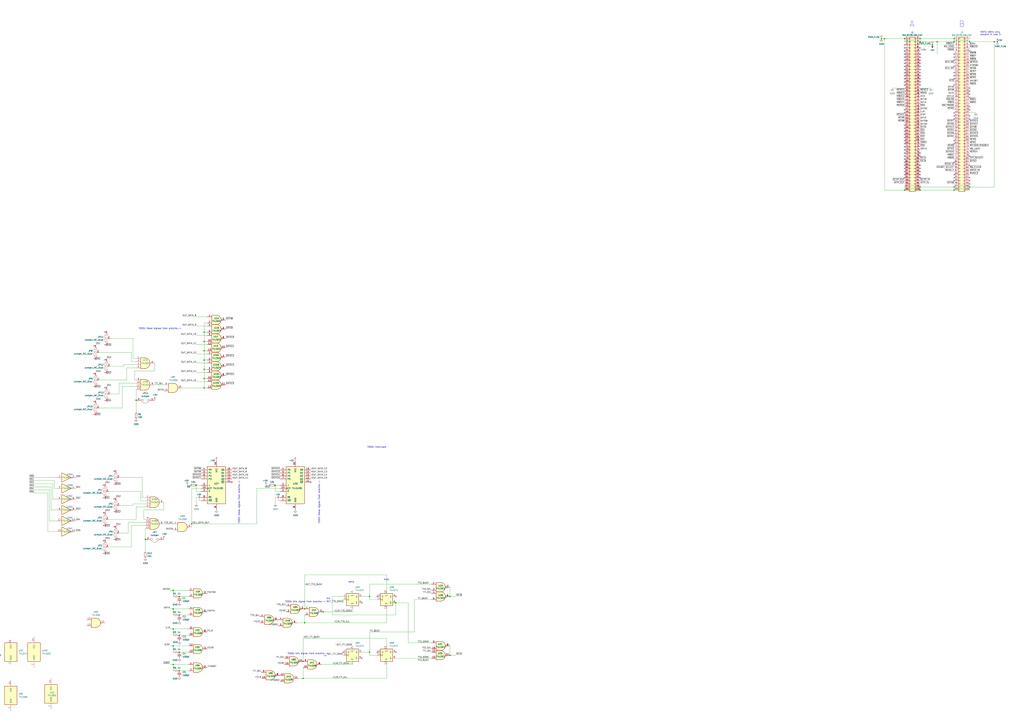
<source format=kicad_sch>
(kicad_sch (version 20250114) (generator "eeschema") (generator_version "9.0")
  (paper "A1")
  (text "TODO: these signas from arduino->" (at 262.128 412.75 90) (effects (font (size 1.27 1.27))))
  (text "out" (at 269.748 491.744 0) (effects (font (size 1.27 1.27))))
  (text "A" (at 746.76 22.86 0) (effects (font (size 5.0038 5.0038)) (justify left bottom)))
  (text "TODO: this signal from arduino->" (at 252.73 537.21 0) (effects (font (size 1.27 1.27))))
  (text "NOTE: 60Hz only \npresent in slot 3" (at 805.18 29.21 0) (effects (font (size 1.27 1.27)) (justify left bottom)))
  (text "in" (at 267.208 538.988 0) (effects (font (size 1.27 1.27))))
  (text "TODO: these signas from arduino->" (at 131.318 270.002 0) (effects (font (size 1.27 1.27))))
  (text "busy" (at 317.5 476.25 0) (effects (font (size 1.27 1.27))))
  (text "done" (at 288.544 478.282 0) (effects (font (size 1.27 1.27))))
  (text "TODO: interrupts" (at 309.372 367.538 0) (effects (font (size 1.27 1.27))))
  (text "B" (at 787.4 22.86 0) (effects (font (size 5.0038 5.0038)) (justify left bottom)))
  (text "TODO: these signas from arduino->" (at 196.342 412.75 90) (effects (font (size 1.27 1.27))))
  (text "TODO: this signal from arduino->" (at 250.698 494.538 0) (effects (font (size 1.27 1.27))))
  (junction (at 726.44 31.75))
  (junction (at 325.12 495.3))
  (junction (at 796.29 153.67))
  (junction (at 142.24 516.89))
  (junction (at 755.65 156.21))
  (junction (at 755.65 34.29))
  (junction (at 167.64 311.15))
  (junction (at 265.43 502.92))
  (junction (at 142.24 530.86))
  (junction (at 742.95 31.75))
  (junction (at 769.62 34.29))
  (junction (at 819.15 34.29))
  (junction (at 796.29 34.29))
  (junction (at 783.59 31.75))
  (junction (at 303.53 490.22))
  (junction (at 723.9 31.75))
  (junction (at 142.24 500.38))
  (junction (at 167.64 303.53))
  (junction (at 816.61 34.29))
  (junction (at 167.64 280.67))
  (junction (at 142.24 485.14))
  (junction (at 303.53 535.94))
  (junction (at 119.38 443.23))
  (junction (at 783.59 156.21))
  (junction (at 147.32 521.97))
  (junction (at 147.32 535.94))
  (junction (at 167.64 273.05))
  (junction (at 250.19 511.81))
  (junction (at 226.06 398.78))
  (junction (at 161.29 398.78))
  (junction (at 248.92 543.56))
  (junction (at 765.81 36.83))
  (junction (at 755.65 31.75))
  (junction (at 147.32 551.18))
  (junction (at 142.24 546.1))
  (junction (at 369.57 538.48))
  (junction (at 147.32 505.46))
  (junction (at 369.57 490.22))
  (junction (at 167.64 288.29))
  (junction (at 742.95 156.21))
  (junction (at 248.92 557.53))
  (junction (at 755.65 153.67))
  (junction (at 111.76 328.93))
  (junction (at 783.59 153.67))
  (junction (at 167.64 295.91))
  (junction (at 147.32 490.22))
  (junction (at 783.59 34.29))
  (junction (at 250.19 500.38))
  (junction (at 167.64 318.77))
  (junction (at 157.48 430.53))
  (no_connect (at 796.29 97.79))
  (no_connect (at 742.95 113.03))
  (no_connect (at 742.95 140.97))
  (no_connect (at 755.65 54.61))
  (no_connect (at 742.95 54.61))
  (no_connect (at 796.29 74.93))
  (no_connect (at 755.65 64.77))
  (no_connect (at 742.95 102.87))
  (no_connect (at 742.95 39.37))
  (no_connect (at 783.59 133.35))
  (no_connect (at 783.59 44.45))
  (no_connect (at 783.59 118.11))
  (no_connect (at 755.65 67.31))
  (no_connect (at 783.59 115.57))
  (no_connect (at 742.95 64.77))
  (no_connect (at 783.59 64.77))
  (no_connect (at 755.65 62.23))
  (no_connect (at 742.95 92.71))
  (no_connect (at 755.65 143.51))
  (no_connect (at 783.59 69.85))
  (no_connect (at 796.29 72.39))
  (no_connect (at 783.59 59.69))
  (no_connect (at 742.95 69.85))
  (no_connect (at 309.88 535.94))
  (no_connect (at 297.18 541.02))
  (no_connect (at 742.95 138.43))
  (no_connect (at 742.95 123.19))
  (no_connect (at 783.59 95.25))
  (no_connect (at 742.95 110.49))
  (no_connect (at 796.29 77.47))
  (no_connect (at 783.59 92.71))
  (no_connect (at 190.5 396.24))
  (no_connect (at 755.65 52.07))
  (no_connect (at 796.29 80.01))
  (no_connect (at 796.29 87.63))
  (no_connect (at 742.95 62.23))
  (no_connect (at 755.65 146.05))
  (no_connect (at 796.29 135.89))
  (no_connect (at 796.29 128.27))
  (no_connect (at 742.95 146.05))
  (no_connect (at 742.95 59.69))
  (no_connect (at 755.65 39.37))
  (no_connect (at 783.59 46.99))
  (no_connect (at 783.59 62.23))
  (no_connect (at 755.65 138.43))
  (no_connect (at 742.95 41.91))
  (no_connect (at 742.95 46.99))
  (no_connect (at 742.95 57.15))
  (no_connect (at 755.65 49.53))
  (no_connect (at 755.65 125.73))
  (no_connect (at 755.65 59.69))
  (no_connect (at 297.18 495.3))
  (no_connect (at 742.95 115.57))
  (no_connect (at 783.59 148.59))
  (no_connect (at 783.59 143.51))
  (no_connect (at 742.95 130.81))
  (no_connect (at 742.95 135.89))
  (no_connect (at 742.95 128.27))
  (no_connect (at 742.95 67.31))
  (no_connect (at 325.12 535.94))
  (no_connect (at 742.95 133.35))
  (no_connect (at 325.12 490.22))
  (no_connect (at 755.65 69.85))
  (no_connect (at 796.29 95.25))
  (no_connect (at 255.27 396.24))
  (no_connect (at 783.59 54.61))
  (no_connect (at 742.95 49.53))
  (no_connect (at 742.95 125.73))
  (no_connect (at 742.95 120.65))
  (no_connect (at 755.65 44.45))
  (no_connect (at 796.29 148.59))
  (no_connect (at 742.95 52.07))
  (no_connect (at 755.65 46.99))
  (no_connect (at 755.65 135.89))
  (no_connect (at 742.95 90.17))
  (no_connect (at 796.29 151.13))
  (no_connect (at 796.29 90.17))
  (no_connect (at 742.95 143.51))
  (no_connect (at 742.95 107.95))
  (no_connect (at 783.59 49.53))
  (no_connect (at 742.95 44.45))
  (no_connect (at 742.95 105.41))
  (no_connect (at 742.95 118.11))
  (no_connect (at 796.29 146.05))
  (no_connect (at 309.88 490.22))
  (no_connect (at 783.59 97.79))
  (no_connect (at 742.95 36.83))
  (no_connect (at 755.65 128.27))
  (no_connect (at 281.94 535.94))
  (no_connect (at 755.65 140.97))
  (no_connect (at 783.59 146.05))
  (no_connect (at 796.29 41.91))
  (no_connect (at 755.65 57.15))
  (wire (pts (xy 161.29 283.21) (xy 170.18 283.21)))
  (wire (pts (xy 265.43 502.92) (xy 264.16 502.92)))
  (wire (pts (xy 303.53 490.22) (xy 303.53 492.76)))
  (wire (pts (xy 157.48 401.32) (xy 165.1 401.32)))
  (wire (pts (xy 273.05 490.22) (xy 281.94 490.22)))
  (wire (pts (xy 167.64 273.05) (xy 167.64 280.67)))
  (wire (pts (xy 111.76 328.93) (xy 111.76 339.09)))
  (wire (pts (xy 39.37 436.88) (xy 46.99 436.88)))
  (wire (pts (xy 147.32 535.94) (xy 154.94 535.94)))
  (wire (pts (xy 142.24 551.18) (xy 142.24 546.1)))
  (wire (pts (xy 248.92 524.51) (xy 317.5 524.51)))
  (wire (pts (xy 147.32 505.46) (xy 154.94 505.46)))
  (wire (pts (xy 816.61 34.29) (xy 816.61 153.67)))
  (wire (pts (xy 44.45 394.97) (xy 44.45 401.32)))
  (wire (pts (xy 104.14 312.42) (xy 104.14 302.26)))
  (wire (pts (xy 783.59 30.48) (xy 783.59 31.75)))
  (wire (pts (xy 303.53 490.22) (xy 303.53 480.06)))
  (wire (pts (xy 139.7 516.89) (xy 142.24 516.89)))
  (wire (pts (xy 796.29 33.02) (xy 796.29 34.29)))
  (wire (pts (xy 161.29 267.97) (xy 170.18 267.97)))
  (wire (pts (xy 101.6 300.99) (xy 101.6 299.72)))
  (wire (pts (xy 139.7 500.38) (xy 142.24 500.38)))
  (wire (pts (xy 97.79 314.96) (xy 111.76 314.96)))
  (wire (pts (xy 170.18 265.43) (xy 167.64 265.43)))
  (wire (pts (xy 796.29 30.48) (xy 783.59 30.48)))
  (wire (pts (xy 161.29 313.69) (xy 170.18 313.69)))
  (wire (pts (xy 167.64 311.15) (xy 167.64 318.77)))
  (wire (pts (xy 81.28 312.42) (xy 104.14 312.42)))
  (wire (pts (xy 142.24 500.38) (xy 154.94 500.38)))
  (wire (pts (xy 755.65 156.21) (xy 783.59 156.21)))
  (wire (pts (xy 110.49 312.42) (xy 111.76 312.42)))
  (wire (pts (xy 90.17 278.13) (xy 109.22 278.13)))
  (wire (pts (xy 167.64 273.05) (xy 170.18 273.05)))
  (wire (pts (xy 142.24 535.94) (xy 142.24 530.86)))
  (wire (pts (xy 115.57 411.48) (xy 119.38 411.48)))
  (wire (pts (xy 796.29 152.4) (xy 796.29 153.67)))
  (wire (pts (xy 726.44 31.75) (xy 726.44 156.21)))
  (wire (pts (xy 88.9 449.58) (xy 107.95 449.58)))
  (wire (pts (xy 317.5 472.44) (xy 317.5 485.14)))
  (wire (pts (xy 100.33 335.28) (xy 100.33 317.5)))
  (wire (pts (xy 109.22 278.13) (xy 109.22 294.64)))
  (wire (pts (xy 289.56 502.92) (xy 289.56 500.38)))
  (wire (pts (xy 41.91 400.05) (xy 41.91 419.1)))
  (wire (pts (xy 742.95 72.39) (xy 732.79 72.39)))
  (wire (pts (xy 163.83 411.48) (xy 163.83 410.21)))
  (wire (pts (xy 248.92 543.56) (xy 248.92 524.51)))
  (wire (pts (xy 755.65 72.39) (xy 764.54 72.39)))
  (wire (pts (xy 90.17 323.85) (xy 97.79 323.85)))
  (wire (pts (xy 27.94 392.43) (xy 46.99 392.43)))
  (wire (pts (xy 109.22 294.64) (xy 111.76 294.64)))
  (wire (pts (xy 796.29 34.29) (xy 816.61 34.29)))
  (wire (pts (xy 134.62 430.53) (xy 142.24 430.53)))
  (wire (pts (xy 250.19 500.38) (xy 250.19 472.44)))
  (wire (pts (xy 210.82 430.53) (xy 210.82 401.32)))
  (wire (pts (xy 325.12 505.46) (xy 273.05 505.46)))
  (wire (pts (xy 167.64 288.29) (xy 170.18 288.29)))
  (wire (pts (xy 755.65 30.48) (xy 742.95 30.48)))
  (wire (pts (xy 167.64 295.91) (xy 170.18 295.91)))
  (wire (pts (xy 161.29 275.59) (xy 170.18 275.59)))
  (wire (pts (xy 100.33 317.5) (xy 111.76 317.5)))
  (wire (pts (xy 755.65 33.02) (xy 742.95 33.02)))
  (wire (pts (xy 369.57 530.86) (xy 369.57 538.48)))
  (wire (pts (xy 783.59 34.29) (xy 783.59 33.02)))
  (wire (pts (xy 27.94 405.13) (xy 39.37 405.13)))
  (wire (pts (xy 742.95 156.21) (xy 742.95 154.94)))
  (wire (pts (xy 796.29 154.94) (xy 796.29 156.21)))
  (wire (pts (xy 755.65 153.67) (xy 783.59 153.67)))
  (wire (pts (xy 81.28 289.56) (xy 107.95 289.56)))
  (wire (pts (xy 111.76 320.04) (xy 111.76 328.93)))
  (wire (pts (xy 107.95 431.8) (xy 119.38 431.8)))
  (wire (pts (xy 127 304.8) (xy 110.49 304.8)))
  (wire (pts (xy 119.38 443.23) (xy 119.38 453.39)))
  (wire (pts (xy 40.64 402.59) (xy 40.64 427.99)))
  (wire (pts (xy 726.44 156.21) (xy 742.95 156.21)))
  (wire (pts (xy 147.32 521.97) (xy 154.94 521.97)))
  (wire (pts (xy 39.37 405.13) (xy 39.37 436.88)))
  (wire (pts (xy 340.36 492.76) (xy 354.33 492.76)))
  (wire (pts (xy 97.79 438.15) (xy 105.41 438.15)))
  (wire (pts (xy 41.91 419.1) (xy 46.99 419.1)))
  (wire (pts (xy 44.45 401.32) (xy 46.99 401.32)))
  (wire (pts (xy 167.64 288.29) (xy 167.64 295.91)))
  (wire (pts (xy 755.65 154.94) (xy 755.65 156.21)))
  (wire (pts (xy 161.29 403.86) (xy 161.29 398.78)))
  (wire (pts (xy 161.29 408.94) (xy 161.29 414.02)))
  (wire (pts (xy 281.94 492.76) (xy 281.94 495.3)))
  (wire (pts (xy 27.94 397.51) (xy 43.18 397.51)))
  (wire (pts (xy 27.94 394.97) (xy 44.45 394.97)))
  (wire (pts (xy 134.62 412.75) (xy 134.62 419.1)))
  (wire (pts (xy 27.94 400.05) (xy 41.91 400.05)))
  (wire (pts (xy 153.67 398.78) (xy 156.21 398.78)))
  (wire (pts (xy 726.44 31.75) (xy 742.95 31.75)))
  (wire (pts (xy 218.44 398.78) (xy 220.98 398.78)))
  (wire (pts (xy 97.79 392.43) (xy 116.84 392.43)))
  (wire (pts (xy 226.06 403.86) (xy 226.06 398.78)))
  (wire (pts (xy 116.84 392.43) (xy 116.84 408.94)))
  (wire (pts (xy 229.87 411.48) (xy 228.6 411.48)))
  (wire (pts (xy 157.48 433.07) (xy 157.48 430.53)))
  (wire (pts (xy 228.6 411.48) (xy 228.6 410.21)))
  (wire (pts (xy 783.59 156.21) (xy 783.59 154.94)))
  (wire (pts (xy 161.29 306.07) (xy 170.18 306.07)))
  (wire (pts (xy 147.32 490.22) (xy 154.94 490.22)))
  (wire (pts (xy 742.95 33.02) (xy 742.95 34.29)))
  (wire (pts (xy 742.95 30.48) (xy 742.95 31.75)))
  (wire (pts (xy 43.18 397.51) (xy 43.18 410.21)))
  (wire (pts (xy 88.9 403.86) (xy 115.57 403.86)))
  (wire (pts (xy 229.87 408.94) (xy 226.06 408.94)))
  (wire (pts (xy 118.11 419.1) (xy 118.11 426.72)))
  (wire (pts (xy 317.5 511.81) (xy 250.19 511.81)))
  (wire (pts (xy 127 298.45) (xy 127 304.8)))
  (wire (pts (xy 325.12 495.3) (xy 335.28 495.3)))
  (wire (pts (xy 119.38 434.34) (xy 119.38 443.23)))
  (wire (pts (xy 783.59 154.94) (xy 796.29 154.94)))
  (wire (pts (xy 167.64 280.67) (xy 167.64 288.29)))
  (wire (pts (xy 27.94 402.59) (xy 40.64 402.59)))
  (wire (pts (xy 107.95 289.56) (xy 107.95 297.18)))
  (wire (pts (xy 165.1 408.94) (xy 161.29 408.94)))
  (wire (pts (xy 248.92 557.53) (xy 317.5 557.53)))
  (wire (pts (xy 769.62 34.29) (xy 769.62 44.45)))
  (wire (pts (xy 142.24 485.14) (xy 154.94 485.14)))
  (wire (pts (xy 105.41 438.15) (xy 105.41 429.26)))
  (wire (pts (xy 142.24 530.86) (xy 154.94 530.86)))
  (wire (pts (xy 755.65 36.83) (xy 765.81 36.83)))
  (wire (pts (xy 104.14 302.26) (xy 111.76 302.26)))
  (wire (pts (xy 303.53 492.76) (xy 309.88 492.76)))
  (wire (pts (xy 297.18 535.94) (xy 303.53 535.94)))
  (wire (pts (xy 157.48 401.32) (xy 157.48 430.53)))
  (wire (pts (xy 111.76 426.72) (xy 111.76 416.56)))
  (wire (pts (xy 303.53 480.06) (xy 354.33 480.06)))
  (wire (pts (xy 796.29 92.71) (xy 801.37 92.71)))
  (wire (pts (xy 97.79 415.29) (xy 109.22 415.29)))
  (wire (pts (xy 161.29 298.45) (xy 170.18 298.45)))
  (wire (pts (xy 147.32 551.18) (xy 154.94 551.18)))
  (wire (pts (xy 250.19 511.81) (xy 243.84 511.81)))
  (wire (pts (xy 265.43 502.92) (xy 289.56 502.92)))
  (wire (pts (xy 167.64 295.91) (xy 167.64 303.53)))
  (wire (pts (xy 742.95 152.4) (xy 742.95 153.67)))
  (wire (pts (xy 116.84 408.94) (xy 119.38 408.94)))
  (wire (pts (xy 142.24 490.22) (xy 142.24 485.14)))
  (wire (pts (xy 90.17 300.99) (xy 101.6 300.99)))
  (wire (pts (xy 210.82 401.32) (xy 229.87 401.32)))
  (wire (pts (xy 303.53 535.94) (xy 303.53 538.48)))
  (wire (pts (xy 783.59 153.67) (xy 783.59 152.4)))
  (wire (pts (xy 142.24 546.1) (xy 154.94 546.1)))
  (wire (pts (xy 149.86 318.77) (xy 167.64 318.77)))
  (wire (pts (xy 167.64 303.53) (xy 167.64 311.15)))
  (wire (pts (xy 167.64 303.53) (xy 170.18 303.53)))
  (wire (pts (xy 109.22 415.29) (xy 109.22 414.02)))
  (wire (pts (xy 165.1 411.48) (xy 163.83 411.48)))
  (wire (pts (xy 755.65 153.67) (xy 755.65 152.4)))
  (wire (pts (xy 317.5 524.51) (xy 317.5 530.86)))
  (wire (pts (xy 111.76 416.56) (xy 119.38 416.56)))
  (wire (pts (xy 142.24 521.97) (xy 142.24 516.89)))
  (wire (pts (xy 796.29 31.75) (xy 796.29 30.48)))
  (wire (pts (xy 245.11 557.53) (xy 248.92 557.53)))
  (wire (pts (xy 303.53 535.94) (xy 303.53 519.43)))
  (wire (pts (xy 335.28 528.32) (xy 354.33 528.32)))
  (wire (pts (xy 303.53 519.43) (xy 340.36 519.43)))
  (wire (pts (xy 297.18 490.22) (xy 303.53 490.22)))
  (wire (pts (xy 81.28 335.28) (xy 100.33 335.28)))
  (wire (pts (xy 723.9 31.75) (xy 726.44 31.75)))
  (wire (pts (xy 139.7 546.1) (xy 142.24 546.1)))
  (wire (pts (xy 755.65 34.29) (xy 755.65 33.02)))
  (wire (pts (xy 165.1 403.86) (xy 161.29 403.86)))
  (wire (pts (xy 250.19 505.46) (xy 250.19 511.81)))
  (wire (pts (xy 317.5 500.38) (xy 317.5 511.81)))
  (wire (pts (xy 97.79 323.85) (xy 97.79 314.96)))
  (wire (pts (xy 273.05 505.46) (xy 273.05 490.22)))
  (wire (pts (xy 335.28 495.3) (xy 335.28 528.32)))
  (wire (pts (xy 105.41 429.26) (xy 119.38 429.26)))
  (wire (pts (xy 783.59 33.02) (xy 796.29 33.02)))
  (wire (pts (xy 369.57 490.22) (xy 374.65 490.22)))
  (wire (pts (xy 303.53 538.48) (xy 309.88 538.48)))
  (wire (pts (xy 167.64 265.43) (xy 167.64 273.05)))
  (wire (pts (xy 139.7 530.86) (xy 142.24 530.86)))
  (wire (pts (xy 107.95 297.18) (xy 111.76 297.18)))
  (wire (pts (xy 118.11 426.72) (xy 119.38 426.72)))
  (wire (pts (xy 115.57 403.86) (xy 115.57 411.48)))
  (wire (pts (xy 755.65 152.4) (xy 742.95 152.4)))
  (wire (pts (xy 248.92 548.64) (xy 248.92 557.53)))
  (wire (pts (xy 250.19 472.44) (xy 317.5 472.44)))
  (wire (pts (xy 816.61 34.29) (xy 819.15 34.29)))
  (wire (pts (xy 142.24 505.46) (xy 142.24 500.38)))
  (wire (pts (xy 107.95 449.58) (xy 107.95 431.8)))
  (wire (pts (xy 109.22 414.02) (xy 119.38 414.02)))
  (wire (pts (xy 783.59 152.4) (xy 796.29 152.4)))
  (wire (pts (xy 369.57 538.48) (xy 374.65 538.48)))
  (wire (pts (xy 40.64 427.99) (xy 46.99 427.99)))
  (wire (pts (xy 110.49 304.8) (xy 110.49 312.42)))
  (wire (pts (xy 142.24 516.89) (xy 154.94 516.89)))
  (wire (pts (xy 226.06 398.78) (xy 229.87 398.78)))
  (wire (pts (xy 742.95 154.94) (xy 755.65 154.94)))
  (wire (pts (xy 127 316.23) (xy 134.62 316.23)))
  (wire (pts (xy 157.48 430.53) (xy 210.82 430.53)))
  (wire (pts (xy 755.65 34.29) (xy 769.62 34.29)))
  (wire (pts (xy 816.61 153.67) (xy 796.29 153.67)))
  (wire (pts (xy 43.18 410.21) (xy 46.99 410.21)))
  (wire (pts (xy 134.62 419.1) (xy 118.11 419.1)))
  (wire (pts (xy 161.29 398.78) (xy 165.1 398.78)))
  (wire (pts (xy 226.06 408.94) (xy 226.06 414.02)))
  (wire (pts (xy 320.04 495.3) (xy 325.12 495.3)))
  (wire (pts (xy 325.12 495.3) (xy 325.12 505.46)))
  (wire (pts (xy 369.57 482.6) (xy 369.57 490.22)))
  (wire (pts (xy 139.7 485.14) (xy 142.24 485.14)))
  (wire (pts (xy 88.9 426.72) (xy 111.76 426.72)))
  (wire (pts (xy 317.5 557.53) (xy 317.5 546.1)))
  (wire (pts (xy 229.87 403.86) (xy 226.06 403.86)))
  (wire (pts (xy 161.29 290.83) (xy 170.18 290.83)))
  (wire (pts (xy 755.65 31.75) (xy 783.59 31.75)))
  (wire (pts (xy 101.6 299.72) (xy 111.76 299.72)))
  (wire (pts (xy 325.12 541.02) (xy 354.33 541.02)))
  (wire (pts (xy 264.16 546.1) (xy 289.56 546.1)))
  (wire (pts (xy 167.64 311.15) (xy 170.18 311.15)))
  (wire (pts (xy 769.62 34.29) (xy 783.59 34.29)))
  (wire (pts (xy 167.64 318.77) (xy 170.18 318.77)))
  (wire (pts (xy 167.64 280.67) (xy 170.18 280.67)))
  (wire (pts (xy 755.65 31.75) (xy 755.65 30.48)))
  (wire (pts (xy 161.29 260.35) (xy 170.18 260.35)))
  (wire (pts (xy 340.36 492.76) (xy 340.36 519.43)))
  (label "~{DATA13}" (at 229.87 388.62 180))
  (label "~CLR_TTO_DONE" (at 274.32 502.92 0))
  (label "~{MEM6}" (at 796.29 57.15 0))
  (label "OUT_DATA_8" (at 161.29 260.35 180))
  (label "~{DATA14}" (at 229.87 391.16 180))
  (label "~{DATA9}" (at 783.59 110.49 180))
  (label "~{IORST}" (at 139.7 546.1 180))
  (label "~{SELD}" (at 374.65 538.48 0))
  (label "~{DS2}" (at 95.25 421.64 0))
  (label "+15v" (at 755.65 41.91 0))
  (label "FSTRT" (at 233.68 546.1 180))
  (label "TTO_SEL" (at 354.33 533.4 180))
  (label "~OUT_DATA_11" (at 190.5 393.7 0))
  (label "DATIB" (at 755.65 82.55 0))
  (label "~OUT_DATA_9" (at 190.5 388.62 0))
  (label "60Hz" (at 796.29 36.83 0))
  (label "~{DATA12}" (at 783.59 105.41 180))
  (label "TTO_SEL" (at 354.33 485.14 180))
  (label "~{DCHP_IN}" (at 755.65 148.59 0))
  (label "~{MBO2}" (at 796.29 85.09 0))
  (label "INHIBIT" (at 796.29 67.31 0))
  (label "STRT" (at 139.7 530.86 180))
  (label "DS5" (at 78.74 328.93 0))
  (label "~{DATA0}" (at 796.29 107.95 0))
  (label "~{DATA14}" (at 185.42 308.61 0))
  (label "~{DATA12}" (at 229.87 386.08 180))
  (label "DS2" (at 87.63 294.64 0))
  (label "~OUT_DATA_12" (at 255.27 386.08 0))
  (label "~{DATA8}" (at 165.1 386.08 180))
  (label "~{MBO6}" (at 796.29 49.53 0))
  (label "DS4" (at 62.23 427.99 0))
  (label "~{DS1}" (at 755.65 115.57 0))
  (label "~{DS5}" (at 78.74 341.63 0))
  (label "DS0" (at 62.23 392.43 0))
  (label "~{INTP_OUT}" (at 742.95 151.13 180))
  (label "DATOA" (at 142.24 435.61 180))
  (label "FCLR" (at 170.18 519.43 0))
  (label "DCHI" (at 783.59 77.47 180))
  (label "TTO_SEL" (at 213.36 506.73 180))
  (label "~{DS3}" (at 78.74 318.77 0))
  (label "~{DATA13}" (at 185.42 300.99 0))
  (label "~{DATA9}" (at 185.42 270.51 0))
  (label "~{SELB}" (at 374.65 490.22 0))
  (label "TTO_DONE" (at 342.9 541.02 0))
  (label "~{DS0}" (at 95.25 398.78 0))
  (label "TTO_SEL" (at 234.95 497.84 180))
  (label "DS1" (at 62.23 401.32 0))
  (label "DATOA" (at 755.65 102.87 0))
  (label "TTI_SEL" (at 354.33 535.94 180))
  (label "~{SELB}" (at 755.65 133.35 0))
  (label "TTO_DONE" (at 342.9 528.32 0))
  (label "~{DCHA}" (at 755.65 105.41 0))
  (label "~SET_TTI_DONE" (at 289.56 530.86 180))
  (label "~CLR_TTI_ALL" (at 273.05 557.53 0))
  (label "DS3" (at 86.36 420.37 0))
  (label "~{DATA8}" (at 796.29 105.41 0))
  (label "TTI_SEL" (at 354.33 487.68 180))
  (label "~{DATA1}" (at 783.59 113.03 180))
  (label "OUT_DATA_12" (at 161.29 290.83 180))
  (label "INTA" (at 755.65 80.01 0))
  (label "~{INHIBIT_SELECT}" (at 783.59 138.43 180))
  (label "DS1" (at 86.36 397.51 0))
  (label "SET_TTO_DONE" (at 281.94 495.3 180))
  (label "DS4" (at 87.63 317.5 0))
  (label "~{READ_2}" (at 796.29 143.51 0))
  (label "~{DATA10}" (at 185.42 278.13 0))
  (label "~{DS1}" (at 86.36 410.21 0))
  (label "~{MBO8}" (at 796.29 44.45 0))
  (label "~{RQENB}" (at 783.59 82.55 180))
  (label "TTI_SEL" (at 233.68 541.02 180))
  (label "FSTRT" (at 234.95 502.92 180))
  (label "~{SELD}" (at 755.65 130.81 0))
  (label "OUT_DATA_15" (at 161.29 313.69 180))
  (label "~OUT_DATA_8" (at 190.5 386.08 0))
  (label "TTI_SEL" (at 214.63 552.45 180))
  (label "~{MSK0}" (at 755.65 77.47 0))
  (label "IOPLS" (at 755.65 123.19 0))
  (label "TTO_BUSY" (at 342.9 543.56 0))
  (label "~{MEM7}" (at 796.29 59.69 0))
  (label "~{DS3}" (at 27.94 400.05 180))
  (label "~{DS1}" (at 27.94 394.97 180))
  (label "~{DS4}" (at 27.94 402.59 180))
  (label "TTI_BUSY" (at 303.53 519.43 0))
  (label "OUT_DATA_14" (at 161.29 306.07 180))
  (label "~SET_TTI_BUSY" (at 248.92 524.51 0))
  (label "~{MEM15}" (at 796.29 52.07 0))
  (label "~{DS4}" (at 755.65 107.95 0))
  (label "~{EXT_SELECT}" (at 796.29 130.81 0))
  (label "DATOA" (at 139.7 485.14 180))
  (label "~{MBO10}" (at 796.29 39.37 0))
  (label "~{DATA2}" (at 796.29 133.35 0))
  (label "DS5" (at 62.23 436.88 0))
  (label "~{DATA3}" (at 783.59 123.19 180))
  (label "~{MBO4}" (at 796.29 82.55 0))
  (label "~{IORST}" (at 755.65 118.11 0))
  (label "~{READ_1}" (at 783.59 140.97 180))
  (label "STRT" (at 755.65 95.25 0))
  (label "DS2" (at 95.25 408.94 0))
  (label "~{DCH_M1}" (at 783.59 57.15 180))
  (label "~{INH_TRANS}" (at 783.59 87.63 180))
  (label "~{MBO3}" (at 783.59 85.09 180))
  (label "~{MBO14}" (at 742.95 85.09 180))
  (label "DATIC" (at 755.65 97.79 0))
  (label "~{DCHR}" (at 783.59 74.93 180))
  (label "~{DCH_M0}" (at 783.59 52.07 180))
  (label "OVFLO" (at 783.59 80.01 180))
  (label "~{DATA10}" (at 165.1 391.16 180))
  (label "~{MEM5}" (at 796.29 62.23 0))
  (label "~{DATA9}" (at 165.1 388.62 180))
  (label "~{INTP_IN}" (at 755.65 151.13 0))
  (label "~{MBO0}" (at 783.59 130.81 180))
  (label "DS3" (at 62.23 419.1 0))
  (label "~{DATA7}" (at 783.59 100.33 180))
  (label "DATOC" (at 755.65 90.17 0))
  (label "~{DS0}" (at 755.65 120.65 0))
  (label "~SET_TTO_BUSY" (at 250.19 481.33 0))
  (label "~{MBO1}" (at 783.59 128.27 180))
  (label "~{MEM3}" (at 796.29 115.57 0))
  (label "STROBE" (at 796.29 54.61 0))
  (label "~{MEM9}" (at 742.95 97.79 180))
  (label "~SEL_DATA_OUT" (at 157.48 430.53 0))
  (label "~{DATA4}" (at 783.59 107.95 180))
  (label "DCH0" (at 783.59 72.39 180))
  (label "~{DATA13}" (at 796.29 110.49 0))
  (label "DS5" (at 86.36 443.23 0))
  (label "~{DATA12}" (at 185.42 293.37 0))
  (label "TTI_BUSY" (at 342.9 492.76 0))
  (label "~{MEM2}" (at 783.59 90.17 180))
  (label "~{MBO15}" (at 742.95 82.55 180))
  (label "DS1" (at 78.74 283.21 0))
  (label "SET_TTI_DONE" (at 281.94 538.48 180))
  (label "TTO_SEL" (at 134.62 430.53 0))
  (label "OUT_DATA_10" (at 161.29 275.59 180))
  (label "~{RELOAD_DISABLE}" (at 796.29 120.65 0))
  (label "CLR" (at 139.7 516.89 180))
  (label "~{DS2}" (at 87.63 307.34 0))
  (label "DATOB" (at 755.65 100.33 0))
  (label "DS3" (at 78.74 306.07 0))
  (label "~{INTR}" (at 783.59 67.31 180))
  (label "~{DS5}" (at 86.36 455.93 0))
  (label "~{MBO7}" (at 796.29 46.99 0))
  (label "FDATOA" (at 170.18 487.68 0))
  (label "DATIA" (at 139.7 500.38 180))
  (label "FSTRT" (at 170.18 533.4 0))
  (label "~FIORST" (at 229.87 560.07 180))
  (label "~{DATA15}" (at 185.42 316.23 0))
  (label "FCLR" (at 214.63 557.53 180))
  (label "~{DATA11}" (at 165.1 393.7 180))
  (label "~{MBO9}" (at 783.59 41.91 180))
  (label "~FIORST" (at 228.6 514.35 180))
  (label "~{DATA11}" (at 185.42 285.75 0))
  (label "~FIORST" (at 170.18 548.64 0))
  (label "~{DS4}" (at 87.63 330.2 0))
  (label "~{MEM12}" (at 755.65 74.93 0))
  (label "~{MEM13}" (at 742.95 74.93 180))
  (label "~{MEM0}" (at 783.59 120.65 180))
  (label "FDATIA" (at 170.18 502.92 0))
  (label "~{DS5}" (at 755.65 110.49 0))
  (label "~{DS0}" (at 87.63 284.48 0))
  (label "~{DATA11}" (at 796.29 102.87 0))
  (label "~{MBO11}" (at 783.59 36.83 180))
  (label "~{MB_CLEAR}" (at 796.29 138.43 0))
  (label "CLR" (at 755.65 92.71 0))
  (label "MB_LOAD" (at 796.29 123.19 0))
  (label "DS2" (at 62.23 410.21 0))
  (label "~{DS3}" (at 86.36 433.07 0))
  (label "OUT_DATA_13" (at 161.29 298.45 180))
  (label "~{DATA5}" (at 783.59 102.87 180))
  (label "~{MEM1}" (at 796.29 118.11 0))
  (label "~OUT_DATA_15" (at 255.27 393.7 0))
  (label "~OUT_DATA_14" (at 255.27 391.16 0))
  (label "~OUT_DATA_13" (at 255.27 388.62 0))
  (label "~{DS5}" (at 27.94 405.13 180))
  (label "~{MEM4}" (at 796.29 64.77 0))
  (label "~{DATA15}" (at 796.29 113.03 0))
  (label "~OUT_DATA_10" (at 190.5 391.16 0))
  (label "OUT_DATA_11" (at 161.29 283.21 180))
  (label "~{DS0}" (at 27.94 392.43 180))
  (label "~{DS1}" (at 78.74 295.91 0))
  (label "~{DRIVE_IO}" (at 796.29 140.97 0))
  (label "~{DCHP_OUT}" (at 742.95 148.59 180))
  (label "~{READ_IO}" (at 783.59 135.89 180))
  (label "DATIA" (at 755.65 85.09 0))
  (label "~{MEM14}" (at 796.29 125.73 0))
  (label "~{MBO13}" (at 742.95 77.47 180))
  (label "~{MEM11}" (at 742.95 95.25 180))
  (label "~{MA_LOAD}" (at 783.59 39.37 180))
  (label "~{DS2}" (at 27.94 397.51 180))
  (label "TTI_SEL" (at 127 316.23 0))
  (label "~{DATA14}" (at 796.29 100.33 0))
  (label "~{DATA8}" (at 185.42 262.89 0))
  (label "~{MEM8}" (at 742.95 100.33 180))
  (label "~{MBO12}" (at 742.95 80.01 180))
  (label "~CLR_TTO_ALL" (at 274.32 511.81 0))
  (label "DATIA" (at 134.62 321.31 180))
  (label "~{DS4}" (at 95.25 444.5 0))
  (label "FCLR" (at 213.36 511.81 180))
  (label "TTO_BUSY" (at 342.9 480.06 0))
  (label "~{DATA15}" (at 229.87 393.7 180))
  (label "~{DATA6}" (at 783.59 151.13 180))
  (label "~{DATA10}" (at 783.59 125.73 180))
  (label "~{MBO5}" (at 796.29 69.85 0))
  (label "OUT_DATA_9" (at 161.29 267.97 180))
  (label "~{MEM10}" (at 742.95 87.63 180))
  (label "~{DS2}" (at 755.65 113.03 0))
  (label "DS4" (at 95.25 431.8 0))
  (label "~{DS3}" (at 755.65 87.63 0))
  (label "~CLR_TTI_DONE" (at 273.05 546.1 0))
  (symbol (lib_id "74xx:74LS195") (at 177.8 398.78 0) (unit 1)
    (property "Reference" "U37" (at 177.8 397.51 0))
    (property "Value" "74LS195" (at 179.07 401.32 0))
    (property "Footprint" "Package_DIP:DIP-16_W7.62mm_Socket_LongPads" (effects (hide yes)))
    (property "Datasheet" "http://www.ti.com/lit/gpn/sn74LS195" (effects (hide yes)))
  )
  (symbol (lib_id "74xx:74LS195") (at 242.57 398.78 0) (unit 1)
    (property "Reference" "U39" (at 242.57 397.51 0))
    (property "Value" "74LS195" (at 243.84 401.32 0))
    (property "Footprint" "Package_DIP:DIP-16_W7.62mm_Socket_LongPads" (effects (hide yes)))
    (property "Datasheet" "http://www.ti.com/lit/gpn/sn74LS195" (effects (hide yes)))
  )
  (symbol (lib_id "power:GND") (at 177.8 419.1 0) (unit 1)
    (property "Reference" "#PWR022" (effects (hide yes)))
    (property "Value" "GND" (at 177.927 423.4942 0))
  )
  (symbol (lib_id "power:GND") (at 242.57 419.1 0) (unit 1)
    (property "Reference" "#PWR033" (effects (hide yes)))
    (property "Value" "GND" (at 242.697 423.4942 0))
  )
  (symbol (lib_id "power:+5V") (at 177.8 378.46 0) (unit 1)
    (property "Reference" "#PWR021" (effects (hide yes)))
    (property "Value" "+5V" (at 172.72 378.46 0) (effects (justify left)))
  )
  (symbol (lib_id "power:+5V") (at 242.57 378.46 0) (unit 1)
    (property "Reference" "#PWR032" (effects (hide yes)))
    (property "Value" "+5V" (at 237.49 378.46 0) (effects (justify left)))
  )
  (symbol (lib_id "power:GND") (at 226.06 414.02 0) (unit 1)
    (property "Reference" "#PWR026" (effects (hide yes)))
    (property "Value" "GND" (at 226.187 418.4142 0))
  )
  (symbol (lib_id "power:+5V") (at 228.6 410.21 0) (unit 1)
    (property "Reference" "#PWR028" (effects (hide yes)))
    (property "Value" "+5V" (at 226.06 406.4 0) (effects (justify left)))
  )
  (symbol (lib_id "power:+5V") (at 218.44 398.78 0) (unit 1)
    (property "Reference" "#PWR024" (effects (hide yes)))
    (property "Value" "+5V" (at 215.9 394.97 0) (effects (justify left)))
  )
  (symbol (lib_id "power:GND") (at 161.29 414.02 0) (unit 1)
    (property "Reference" "#PWR016" (effects (hide yes)))
    (property "Value" "GND" (at 161.417 418.4142 0))
  )
  (symbol (lib_id "power:+5V") (at 163.83 410.21 0) (unit 1)
    (property "Reference" "#PWR018" (effects (hide yes)))
    (property "Value" "+5V" (at 161.29 406.4 0) (effects (justify left)))
  )
  (symbol (lib_id "power:+5V") (at 153.67 398.78 0) (unit 1)
    (property "Reference" "#PWR014" (effects (hide yes)))
    (property "Value" "+5V" (at 151.13 394.97 0) (effects (justify left)))
  )
  (symbol (lib_id "power:GND") (at 801.37 92.71 0) (unit 1)
    (property "Reference" "#PWR0176" (effects (hide yes)))
    (property "Value" "GND" (at 801.497 97.1042 0))
  )
  (symbol (lib_id "power:GND") (at 764.54 72.39 0) (unit 1)
    (property "Reference" "#PWR0177" (effects (hide yes)))
    (property "Value" "GND" (at 764.667 76.7842 0))
  )
  (symbol (lib_id "power:GND") (at 732.79 72.39 0) (unit 1)
    (property "Reference" "#PWR0178" (effects (hide yes)))
    (property "Value" "GND" (at 732.917 76.7842 0))
  )
  (symbol (lib_id "NovaMem-rescue:Slot_02x50_Odd_Even-_local") (at 748.03 92.71 0) (unit 1)
    (property "Reference" "J1" (at 749.3 26.6446 0))
    (property "Value" "Slot_02x50_Odd_Even" (at 749.3 28.7782 0) (effects (font (size 1.016 1.016))))
    (property "Footprint" "_library:portA_NovaMod" (effects (hide yes)))
  )
  (symbol (lib_id "NovaMem-rescue:Slot_02x50_Odd_Even-_local") (at 788.67 92.71 0) (unit 1)
    (property "Reference" "J2" (at 789.94 26.6446 0))
    (property "Value" "Slot_02x50_Odd_Even" (at 789.94 28.7782 0) (effects (font (size 1.016 1.016))))
    (property "Footprint" "_library:portB_NovaMod" (effects (hide yes)))
  )
  (symbol (lib_id "Device:R_Small") (at 223.52 398.78 270) (unit 1)
    (property "Reference" "R11" (at 219.71 400.05 90))
    (property "Value" "10k" (at 223.52 396.113 90))
    (property "Footprint" "Resistor_THT:R_Axial_DIN0309_L9.0mm_D3.2mm_P15.24mm_Horizontal" (effects (hide yes)))
  )
  (symbol (lib_id "Device:R_Small") (at 158.75 398.78 270) (unit 1)
    (property "Reference" "R9" (at 154.94 400.05 90))
    (property "Value" "10k" (at 158.75 396.113 90))
    (property "Footprint" "Resistor_THT:R_Axial_DIN0309_L9.0mm_D3.2mm_P15.24mm_Horizontal" (effects (hide yes)))
  )
  (symbol (lib_id "power:GND") (at 723.9 31.75 0) (unit 1)
    (property "Reference" "#PWR0110" (effects (hide yes)))
    (property "Value" "GND" (at 724.027 36.1442 0))
  )
  (symbol (lib_id "power:+5V") (at 819.15 34.29 0) (unit 1)
    (property "Reference" "#PWR0111" (effects (hide yes)))
    (property "Value" "+5V" (at 819.15 33.02 0) (effects (justify left)))
  )
  (symbol (lib_id "power:PWR_FLAG") (at 723.9 31.75 0) (unit 1)
    (property "Reference" "#FLG0101" (effects (hide yes)))
    (property "Value" "PWR_FLAG" (at 717.55 30.48 0))
  )
  (symbol (lib_id "power:PWR_FLAG") (at 819.15 34.29 180) (unit 1)
    (property "Reference" "#FLG0102" (effects (hide yes)))
    (property "Value" "PWR_FLAG" (at 821.69 38.1 0))
  )
  (symbol (lib_id "power:-5V") (at 765.81 36.83 180) (unit 1)
    (property "Reference" "#PWR0168" (effects (hide yes)))
    (property "Value" "-5V" (at 765.429 41.2242 0))
  )
  (symbol (lib_id "power:PWR_FLAG") (at 765.81 36.83 0) (unit 1)
    (property "Reference" "#FLG0103" (effects (hide yes)))
    (property "Value" "PWR_FLAG" (at 759.46 35.56 0))
  )
  (symbol (lib_id "74xx:74LS04") (at 54.61 392.43 0) (unit 1)
    (property "Reference" "U35" (at 57.15 389.89 0))
    (property "Value" "74LS04" (at 54.61 392.43 0))
    (property "Footprint" "Package_DIP:DIP-14_W7.62mm_Socket_LongPads" (effects (hide yes)))
    (property "Datasheet" "http://www.ti.com/lit/gpn/sn74LS04" (effects (hide yes)))
  )
  (symbol (lib_id "74xx:74LS04") (at 54.61 401.32 0) (unit 2)
    (property "Reference" "U35" (at 57.15 398.78 0))
    (property "Value" "74LS04" (at 54.61 401.32 0))
    (property "Footprint" "Package_DIP:DIP-14_W7.62mm_Socket_LongPads" (effects (hide yes)))
    (property "Datasheet" "http://www.ti.com/lit/gpn/sn74LS04" (effects (hide yes)))
  )
  (symbol (lib_id "74xx:74LS04") (at 54.61 410.21 0) (unit 3)
    (property "Reference" "U35" (at 57.15 407.67 0))
    (property "Value" "74LS04" (at 54.61 410.21 0))
    (property "Footprint" "Package_DIP:DIP-14_W7.62mm_Socket_LongPads" (effects (hide yes)))
    (property "Datasheet" "http://www.ti.com/lit/gpn/sn74LS04" (effects (hide yes)))
  )
  (symbol (lib_id "74xx:74LS04") (at 54.61 419.1 0) (unit 4)
    (property "Reference" "U35" (at 57.15 416.56 0))
    (property "Value" "74LS04" (at 54.61 419.1 0))
    (property "Footprint" "Package_DIP:DIP-14_W7.62mm_Socket_LongPads" (effects (hide yes)))
    (property "Datasheet" "http://www.ti.com/lit/gpn/sn74LS04" (effects (hide yes)))
  )
  (symbol (lib_id "74xx:74LS04") (at 54.61 427.99 0) (unit 5)
    (property "Reference" "U35" (at 57.15 425.45 0))
    (property "Value" "74LS04" (at 54.61 427.99 0))
    (property "Footprint" "Package_DIP:DIP-14_W7.62mm_Socket_LongPads" (effects (hide yes)))
    (property "Datasheet" "http://www.ti.com/lit/gpn/sn74LS04" (effects (hide yes)))
  )
  (symbol (lib_id "74xx:74LS21") (at 127 412.75 0) (unit 1)
    (property "Reference" "U40" (at 127 410.21 0))
    (property "Value" "74LS21" (at 127 412.75 0))
    (property "Footprint" "Package_DIP:DIP-14_W7.62mm_Socket_LongPads" (effects (hide yes)))
    (property "Datasheet" "http://www.ti.com/lit/gpn/sn74LS21" (effects (hide yes)))
  )
  (symbol (lib_id "74xx:74LS21") (at 127 430.53 0) (unit 2)
    (property "Reference" "U40" (at 127 427.99 0))
    (property "Value" "74LS21" (at 127 430.53 0))
    (property "Footprint" "Package_DIP:DIP-14_W7.62mm_Socket_LongPads" (effects (hide yes)))
    (property "Datasheet" "http://www.ti.com/lit/gpn/sn74LS21" (effects (hide yes)))
  )
  (symbol (lib_id "74xx:74LS04") (at 54.61 436.88 0) (unit 6)
    (property "Reference" "U35" (at 57.15 434.34 0))
    (property "Value" "74LS04" (at 54.61 436.88 0))
    (property "Footprint" "Package_DIP:DIP-14_W7.62mm_Socket_LongPads" (effects (hide yes)))
    (property "Datasheet" "http://www.ti.com/lit/gpn/sn74LS04" (effects (hide yes)))
  )
  (symbol (lib_id "NovaMem-rescue:Jumper_NC_Dual-Device") (at 95.25 392.43 90) (unit 1)
    (property "Reference" "JP4" (at 92.6592 391.2616 90) (effects (justify left)))
    (property "Value" "Jumper_NC_Dual" (at 92.6592 393.573 90) (effects (justify left)))
    (property "Footprint" "Connector_PinHeader_2.54mm:PinHeader_1x03_P2.54mm_Vertical" (effects (hide yes)))
  )
  (symbol (lib_id "NovaMem-rescue:Jumper_NC_Dual-Device") (at 86.36 403.86 90) (unit 1)
    (property "Reference" "JP1" (at 83.7692 402.6916 90) (effects (justify left)))
    (property "Value" "Jumper_NC_Dual" (at 83.7692 405.003 90) (effects (justify left)))
    (property "Footprint" "Connector_PinHeader_2.54mm:PinHeader_1x03_P2.54mm_Vertical" (effects (hide yes)))
  )
  (symbol (lib_id "NovaMem-rescue:Jumper_NC_Dual-Device") (at 95.25 415.29 90) (unit 1)
    (property "Reference" "JP5" (at 92.6592 414.1216 90) (effects (justify left)))
    (property "Value" "Jumper_NC_Dual" (at 92.6592 416.433 90) (effects (justify left)))
    (property "Footprint" "Connector_PinHeader_2.54mm:PinHeader_1x03_P2.54mm_Vertical" (effects (hide yes)))
  )
  (symbol (lib_id "NovaMem-rescue:Jumper_NC_Dual-Device") (at 86.36 426.72 90) (unit 1)
    (property "Reference" "JP2" (at 83.7692 425.5516 90) (effects (justify left)))
    (property "Value" "Jumper_NC_Dual" (at 83.7692 427.863 90) (effects (justify left)))
    (property "Footprint" "Connector_PinHeader_2.54mm:PinHeader_1x03_P2.54mm_Vertical" (effects (hide yes)))
  )
  (symbol (lib_id "NovaMem-rescue:Jumper_NC_Dual-Device") (at 95.25 438.15 90) (unit 1)
    (property "Reference" "JP6" (at 92.6592 436.9816 90) (effects (justify left)))
    (property "Value" "Jumper_NC_Dual" (at 92.6592 439.293 90) (effects (justify left)))
    (property "Footprint" "Connector_PinHeader_2.54mm:PinHeader_1x03_P2.54mm_Vertical" (effects (hide yes)))
  )
  (symbol (lib_id "NovaMem-rescue:Jumper_NC_Dual-Device") (at 86.36 449.58 90) (unit 1)
    (property "Reference" "JP3" (at 83.7692 448.4116 90) (effects (justify left)))
    (property "Value" "Jumper_NC_Dual" (at 83.7692 450.723 90) (effects (justify left)))
    (property "Footprint" "Connector_PinHeader_2.54mm:PinHeader_1x03_P2.54mm_Vertical" (effects (hide yes)))
  )
  (symbol (lib_id "NovaMem-rescue:Jumper-Device") (at 127 443.23 180) (unit 1)
    (property "Reference" "JP7" (at 127 437.515 0))
    (property "Value" "Jumper" (at 127 439.8264 0))
    (property "Footprint" "Connector_PinHeader_2.54mm:PinHeader_1x02_P2.54mm_Vertical" (effects (hide yes)))
  )
  (symbol (lib_id "Device:R_Small") (at 119.38 455.93 0) (unit 1)
    (property "Reference" "R12" (at 120.8786 454.7616 0) (effects (justify left)))
    (property "Value" "10k" (at 120.8786 457.073 0) (effects (justify left)))
    (property "Footprint" "Resistor_THT:R_Axial_DIN0309_L9.0mm_D3.2mm_P15.24mm_Horizontal" (effects (hide yes)))
  )
  (symbol (lib_id "power:GND") (at 119.38 458.47 0) (unit 1)
    (property "Reference" "#PWR029" (effects (hide yes)))
    (property "Value" "GND" (at 119.507 462.8642 0))
  )
  (symbol (lib_id "power:+5V") (at 134.62 443.23 0) (unit 1)
    (property "Reference" "#PWR034" (effects (hide yes)))
    (property "Value" "+5V" (at 135.001 438.8358 0))
  )
  (symbol (lib_id "74xx:74LS00") (at 220.98 509.27 0) (unit 2)
    (property "Reference" "U8" (at 220.98 507.492 0))
    (property "Value" "74LS00" (at 220.98 510.032 0))
    (property "Datasheet" "http://www.ti.com/lit/gpn/sn74ls00" (effects (hide yes)))
    (property "Description" "quad 2-input NAND gate" (effects (hide yes)))
  )
  (symbol (lib_id "74xx:74LS03") (at 361.95 482.6 0) (unit 1)
    (property "Reference" "U2" (at 361.95 481.33 0))
    (property "Value" "74LS03" (at 361.696 483.616 0))
    (property "Datasheet" "http://www.ti.com/lit/gpn/sn74LS03" (effects (hide yes)))
    (property "Description" "Quad 2-input NAND open collector" (effects (hide yes)))
  )
  (symbol (lib_id "Device:C_Small") (at 147.32 553.72 0) (unit 1)
    (property "Reference" "C5" (at 149.86 552.4562 0) (effects (justify left)))
    (property "Value" "100pf" (at 149.86 554.9962 0) (effects (justify left)))
    (property "Description" "Unpolarized capacitor, small symbol" (effects (hide yes)))
  )
  (symbol (lib_id "NovaMem-rescue:Jumper-Device") (at 119.38 328.93 180) (unit 1)
    (property "Reference" "JP14" (at 119.38 323.215 0))
    (property "Value" "Jumper" (at 119.38 325.5264 0))
    (property "Footprint" "Connector_PinHeader_2.54mm:PinHeader_1x02_P2.54mm_Vertical" (effects (hide yes)))
  )
  (symbol (lib_id "74xx:74LS03") (at 177.8 278.13 0) (unit 3)
    (property "Reference" "U1" (at 177.292 276.606 0))
    (property "Value" "74LS03" (at 177.546 279.146 0))
    (property "Datasheet" "http://www.ti.com/lit/gpn/sn74LS03" (effects (hide yes)))
    (property "Description" "Quad 2-input NAND open collector" (effects (hide yes)))
  )
  (symbol (lib_id "74xx:74LS03") (at 177.8 300.99 0) (unit 2)
    (property "Reference" "U10" (at 177.546 299.72 0))
    (property "Value" "74LS03" (at 177.546 302.26 0))
    (property "Datasheet" "http://www.ti.com/lit/gpn/sn74LS03" (effects (hide yes)))
    (property "Description" "Quad 2-input NAND open collector" (effects (hide yes)))
  )
  (symbol (lib_id "power:GND") (at 147.32 527.05 0) (unit 1)
    (property "Reference" "#PWR02" (effects (hide yes)))
    (property "Value" "GND" (at 144.018 527.812 0))
  )
  (symbol (lib_id "74xx:74LS08") (at 162.56 519.43 0) (unit 3)
    (property "Reference" "U3" (at 162.306 517.906 0))
    (property "Value" "74LS08" (at 162.306 520.446 0))
    (property "Datasheet" "http://www.ti.com/lit/gpn/sn74LS08" (effects (hide yes)))
    (property "Description" "Quad And2" (effects (hide yes)))
  )
  (symbol (lib_id "74xx:74LS74") (at 317.5 538.48 0) (unit 2)
    (property "Reference" "U6" (at 319.6433 528.32 0) (effects (justify left)))
    (property "Value" "74LS74" (at 319.6433 530.86 0) (effects (justify left)))
    (property "Datasheet" "74xx/74hc_hct74.pdf" (effects (hide yes)))
    (property "Description" "Dual D Flip-flop, Set & Reset" (effects (hide yes)))
  )
  (symbol (lib_id "power:GND") (at 147.32 541.02 0) (unit 1)
    (property "Reference" "#PWR01" (effects (hide yes)))
    (property "Value" "GND" (at 143.764 542.544 0))
  )
  (symbol (lib_id "74xx:74LS00") (at 222.25 554.99 0) (unit 3)
    (property "Reference" "U8" (at 222.504 553.212 0))
    (property "Value" "74LS00" (at 222.504 555.752 0))
    (property "Datasheet" "http://www.ti.com/lit/gpn/sn74ls00" (effects (hide yes)))
    (property "Description" "quad 2-input NAND gate" (effects (hide yes)))
  )
  (symbol (lib_id "74xx:74LS03") (at 361.95 538.48 0) (unit 4)
    (property "Reference" "U2" (at 361.442 536.956 0))
    (property "Value" "74LS03" (at 361.696 539.496 0))
    (property "Datasheet" "http://www.ti.com/lit/gpn/sn74LS03" (effects (hide yes)))
    (property "Description" "Quad 2-input NAND open collector" (effects (hide yes)))
  )
  (symbol (lib_id "74xx:74LS03") (at -7.62 563.88 0) (unit 5)
    (property "Reference" "U2" (at -9.144 562.356 0) (effects (justify left)))
    (property "Value" "74LS03" (at -11.43 565.15 0) (effects (justify left)))
    (property "Datasheet" "http://www.ti.com/lit/gpn/sn74LS03" (effects (hide yes)))
    (property "Description" "Quad 2-input NAND open collector" (effects (hide yes)))
  )
  (symbol (lib_id "74xx:74LS03") (at 177.8 293.37 0) (unit 1)
    (property "Reference" "U10" (at 177.546 291.846 0))
    (property "Value" "74LS03" (at 177.546 294.386 0))
    (property "Datasheet" "http://www.ti.com/lit/gpn/sn74LS03" (effects (hide yes)))
    (property "Description" "Quad 2-input NAND open collector" (effects (hide yes)))
  )
  (symbol (lib_id "74xx:74LS08") (at 162.56 533.4 0) (unit 4)
    (property "Reference" "U3" (at 162.052 531.876 0))
    (property "Value" "74LS08" (at 162.052 534.416 0))
    (property "Datasheet" "http://www.ti.com/lit/gpn/sn74LS08" (effects (hide yes)))
    (property "Description" "Quad And2" (effects (hide yes)))
  )
  (symbol (lib_id "74xx:74LS03") (at 177.8 316.23 0) (unit 4)
    (property "Reference" "U10" (at 177.546 314.706 0))
    (property "Value" "74LS03" (at 177.546 317.246 0))
    (property "Datasheet" "http://www.ti.com/lit/gpn/sn74LS03" (effects (hide yes)))
    (property "Description" "Quad 2-input NAND open collector" (effects (hide yes)))
  )
  (symbol (lib_id "74xx:74LS03") (at 361.95 530.86 0) (unit 3)
    (property "Reference" "U2" (at 361.442 529.336 0))
    (property "Value" "74LS03" (at 361.696 531.876 0))
    (property "Datasheet" "http://www.ti.com/lit/gpn/sn74LS03" (effects (hide yes)))
    (property "Description" "Quad 2-input NAND open collector" (effects (hide yes)))
  )
  (symbol (lib_id "74xx:74LS08") (at 162.56 487.68 0) (unit 1)
    (property "Reference" "U3" (at 162.56 486.156 0))
    (property "Value" "74LS08" (at 162.56 488.696 0))
    (property "Datasheet" "http://www.ti.com/lit/gpn/sn74LS08" (effects (hide yes)))
    (property "Description" "Quad And2" (effects (hide yes)))
  )
  (symbol (lib_id "power:+5V") (at 127 328.93 0) (unit 1)
    (property "Reference" "#PWR07" (effects (hide yes)))
    (property "Value" "+5V" (at 127.381 324.5358 0))
  )
  (symbol (lib_id "NovaMem-rescue:Jumper_NC_Dual-Device") (at 87.63 323.85 90) (unit 1)
    (property "Reference" "JP13" (at 85.0392 322.6816 90) (effects (justify left)))
    (property "Value" "Jumper_NC_Dual" (at 85.0392 324.993 90) (effects (justify left)))
    (property "Footprint" "Connector_PinHeader_2.54mm:PinHeader_1x03_P2.54mm_Vertical" (effects (hide yes)))
  )
  (symbol (lib_id "NovaMem-rescue:Jumper_NC_Dual-Device") (at 78.74 335.28 90) (unit 1)
    (property "Reference" "JP10" (at 76.1492 334.1116 90) (effects (justify left)))
    (property "Value" "Jumper_NC_Dual" (at 76.1492 336.423 90) (effects (justify left)))
    (property "Footprint" "Connector_PinHeader_2.54mm:PinHeader_1x03_P2.54mm_Vertical" (effects (hide yes)))
  )
  (symbol (lib_id "Device:R_Small_US") (at 144.78 521.97 90) (unit 1)
    (property "Reference" "R3" (at 143.51 519.684 90))
    (property "Value" "1k" (at 147.066 519.684 90))
    (property "Description" "Resistor, small US symbol" (effects (hide yes)))
  )
  (symbol (lib_id "NovaMem-rescue:Jumper_NC_Dual-Device") (at 78.74 289.56 90) (unit 1)
    (property "Reference" "JP8" (at 76.1492 288.3916 90) (effects (justify left)))
    (property "Value" "Jumper_NC_Dual" (at 76.1492 290.703 90) (effects (justify left)))
    (property "Footprint" "Connector_PinHeader_2.54mm:PinHeader_1x03_P2.54mm_Vertical" (effects (hide yes)))
  )
  (symbol (lib_id "74xx:74LS00") (at 162.56 548.64 0) (unit 1)
    (property "Reference" "U9" (at 162.306 546.862 0))
    (property "Value" "74LS00" (at 162.306 549.402 0))
    (property "Datasheet" "http://www.ti.com/lit/gpn/sn74ls00" (effects (hide yes)))
    (property "Description" "quad 2-input NAND gate" (effects (hide yes)))
  )
  (symbol (lib_id "74xx:74LS03") (at 177.8 285.75 0) (unit 4)
    (property "Reference" "U1" (at 177.292 284.226 0))
    (property "Value" "74LS03" (at 177.546 286.766 0))
    (property "Datasheet" "http://www.ti.com/lit/gpn/sn74LS03" (effects (hide yes)))
    (property "Description" "Quad 2-input NAND open collector" (effects (hide yes)))
  )
  (symbol (lib_id "Device:C_Small") (at 147.32 538.48 0) (unit 1)
    (property "Reference" "C4" (at 149.86 537.2162 0) (effects (justify left)))
    (property "Value" "100pf" (at 149.86 539.7562 0) (effects (justify left)))
    (property "Description" "Unpolarized capacitor, small symbol" (effects (hide yes)))
  )
  (symbol (lib_id "74xx:74LS08") (at 162.56 502.92 0) (unit 2)
    (property "Reference" "U3" (at 162.56 501.142 0))
    (property "Value" "74LS08" (at 162.56 503.682 0))
    (property "Datasheet" "http://www.ti.com/lit/gpn/sn74LS08" (effects (hide yes)))
    (property "Description" "Quad And2" (effects (hide yes)))
  )
  (symbol (lib_id "NovaMem-rescue:Jumper_NC_Dual-Device") (at 87.63 300.99 90) (unit 1)
    (property "Reference" "JP12" (at 85.0392 299.8216 90) (effects (justify left)))
    (property "Value" "Jumper_NC_Dual" (at 85.0392 302.133 90) (effects (justify left)))
    (property "Footprint" "Connector_PinHeader_2.54mm:PinHeader_1x03_P2.54mm_Vertical" (effects (hide yes)))
  )
  (symbol (lib_id "74xx:74LS74") (at 8.89 535.94 0) (unit 3)
    (property "Reference" "U5" (at 15.24 534.6699 0) (effects (justify left)))
    (property "Value" "74LS74" (at 15.24 537.2099 0) (effects (justify left)))
    (property "Datasheet" "74xx/74hc_hct74.pdf" (effects (hide yes)))
    (property "Description" "Dual D Flip-flop, Set & Reset" (effects (hide yes)))
  )
  (symbol (lib_id "Device:C_Small") (at 147.32 492.76 0) (unit 1)
    (property "Reference" "C1" (at 149.86 491.4962 0) (effects (justify left)))
    (property "Value" "100pf" (at 149.86 494.0362 0) (effects (justify left)))
    (property "Description" "Unpolarized capacitor, small symbol" (effects (hide yes)))
  )
  (symbol (lib_id "74xx:74LS08") (at 257.81 502.92 0) (unit 1)
    (property "Reference" "U4" (at 257.81 501.396 0))
    (property "Value" "74LS08" (at 257.81 503.936 0))
    (property "Datasheet" "http://www.ti.com/lit/gpn/sn74LS08" (effects (hide yes)))
    (property "Description" "Quad And2" (effects (hide yes)))
  )
  (symbol (lib_id "74xx:74LS00") (at 242.57 500.38 0) (unit 1)
    (property "Reference" "U8" (at 242.57 498.856 0))
    (property "Value" "74LS00" (at 242.57 501.396 0))
    (property "Datasheet" "http://www.ti.com/lit/gpn/sn74ls00" (effects (hide yes)))
    (property "Description" "quad 2-input NAND gate" (effects (hide yes)))
  )
  (symbol (lib_id "74xx:74LS08") (at 236.22 511.81 0) (unit 2)
    (property "Reference" "U4" (at 236.22 510.032 0))
    (property "Value" "74LS08" (at 236.22 512.572 0))
    (property "Datasheet" "http://www.ti.com/lit/gpn/sn74LS08" (effects (hide yes)))
    (property "Description" "Quad And2" (effects (hide yes)))
  )
  (symbol (lib_id "74xx:74LS21") (at 119.38 298.45 0) (unit 1)
    (property "Reference" "U7" (at 119.38 295.91 0))
    (property "Value" "74LS21" (at 119.38 298.45 0))
    (property "Footprint" "Package_DIP:DIP-14_W7.62mm_Socket_LongPads" (effects (hide yes)))
    (property "Datasheet" "http://www.ti.com/lit/gpn/sn74LS21" (effects (hide yes)))
  )
  (symbol (lib_id "74xx:74LS74") (at 317.5 492.76 0) (unit 2)
    (property "Reference" "U5" (at 319.6433 482.6 0) (effects (justify left)))
    (property "Value" "74LS74" (at 319.6433 485.14 0) (effects (justify left)))
    (property "Datasheet" "74xx/74hc_hct74.pdf" (effects (hide yes)))
    (property "Description" "Dual D Flip-flop, Set & Reset" (effects (hide yes)))
  )
  (symbol (lib_id "Device:C_Small") (at 147.32 508 0) (unit 1)
    (property "Reference" "C2" (at 149.86 506.7362 0) (effects (justify left)))
    (property "Value" "100pf" (at 149.86 509.2762 0) (effects (justify left)))
    (property "Description" "Unpolarized capacitor, small symbol" (effects (hide yes)))
  )
  (symbol (lib_id "74xx:74LS08") (at 256.54 546.1 0) (unit 3)
    (property "Reference" "U4" (at 256.286 544.576 0))
    (property "Value" "74LS08" (at 256.286 547.116 0))
    (property "Datasheet" "http://www.ti.com/lit/gpn/sn74LS08" (effects (hide yes)))
    (property "Description" "Quad And2" (effects (hide yes)))
  )
  (symbol (lib_id "74xx:74LS03") (at 27.94 535.94 0) (unit 5)
    (property "Reference" "U10" (at 34.29 534.6699 0) (effects (justify left)))
    (property "Value" "74LS03" (at 34.29 537.2099 0) (effects (justify left)))
    (property "Datasheet" "http://www.ti.com/lit/gpn/sn74LS03" (effects (hide yes)))
    (property "Description" "Quad 2-input NAND open collector" (effects (hide yes)))
  )
  (symbol (lib_id "Device:C_Small") (at 147.32 524.51 0) (unit 1)
    (property "Reference" "C3" (at 149.86 523.2462 0) (effects (justify left)))
    (property "Value" "100pf" (at 149.86 525.7862 0) (effects (justify left)))
    (property "Description" "Unpolarized capacitor, small symbol" (effects (hide yes)))
  )
  (symbol (lib_id "74xx:74LS03") (at 177.8 262.89 0) (unit 1)
    (property "Reference" "U1" (at 177.8 261.62 0))
    (property "Value" "74LS03" (at 177.546 263.906 0))
    (property "Datasheet" "http://www.ti.com/lit/gpn/sn74LS03" (effects (hide yes)))
    (property "Description" "Quad 2-input NAND open collector" (effects (hide yes)))
  )
  (symbol (lib_id "power:GND") (at 147.32 495.3 0) (unit 1)
    (property "Reference" "#PWR04" (effects (hide yes)))
    (property "Value" "GND" (at 143.764 496.824 0))
  )
  (symbol (lib_id "Device:R_Small_US") (at 144.78 490.22 90) (unit 1)
    (property "Reference" "R1" (at 143.51 487.934 90))
    (property "Value" "1k" (at 147.066 487.934 90))
    (property "Description" "Resistor, small US symbol" (effects (hide yes)))
  )
  (symbol (lib_id "74xx:74LS74") (at -44.45 570.23 0) (unit 3)
    (property "Reference" "U6" (at -38.1 568.9599 0) (effects (justify left)))
    (property "Value" "74LS74" (at -38.1 571.4999 0) (effects (justify left)))
    (property "Datasheet" "74xx/74hc_hct74.pdf" (effects (hide yes)))
    (property "Description" "Dual D Flip-flop, Set & Reset" (effects (hide yes)))
  )
  (symbol (lib_id "NovaMem-rescue:Jumper_NC_Dual-Device") (at 78.74 312.42 90) (unit 1)
    (property "Reference" "JP9" (at 76.1492 311.2516 90) (effects (justify left)))
    (property "Value" "Jumper_NC_Dual" (at 76.1492 313.563 90) (effects (justify left)))
    (property "Footprint" "Connector_PinHeader_2.54mm:PinHeader_1x03_P2.54mm_Vertical" (effects (hide yes)))
  )
  (symbol (lib_id "74xx:74LS08") (at 237.49 557.53 0) (unit 4)
    (property "Reference" "U4" (at 236.982 556.006 0))
    (property "Value" "74LS08" (at 236.982 558.546 0))
    (property "Datasheet" "http://www.ti.com/lit/gpn/sn74LS08" (effects (hide yes)))
    (property "Description" "Quad And2" (effects (hide yes)))
  )
  (symbol (lib_id "74xx:74LS74") (at 289.56 538.48 0) (unit 1)
    (property "Reference" "U6" (at 291.7033 528.32 0) (effects (justify left)))
    (property "Value" "74LS74" (at 291.7033 530.86 0) (effects (justify left)))
    (property "Datasheet" "74xx/74hc_hct74.pdf" (effects (hide yes)))
    (property "Description" "Dual D Flip-flop, Set & Reset" (effects (hide yes)))
  )
  (symbol (lib_id "74xx:74LS00") (at 8.89 571.5 0) (unit 5)
    (property "Reference" "U9" (at 15.24 570.2299 0) (effects (justify left)))
    (property "Value" "74LS00" (at 15.24 572.7699 0) (effects (justify left)))
    (property "Datasheet" "http://www.ti.com/lit/gpn/sn74ls00" (effects (hide yes)))
    (property "Description" "quad 2-input NAND gate" (effects (hide yes)))
  )
  (symbol (lib_id "Device:R_Small_US") (at 144.78 551.18 90) (unit 1)
    (property "Reference" "R5" (at 143.51 548.894 90))
    (property "Value" "1k" (at 147.066 548.894 90))
    (property "Description" "Resistor, small US symbol" (effects (hide yes)))
  )
  (symbol (lib_id "power:GND") (at 147.32 556.26 0) (unit 1)
    (property "Reference" "#PWR05" (effects (hide yes)))
    (property "Value" "GND" (at 143.764 557.784 0))
  )
  (symbol (lib_id "power:GND") (at 147.32 510.54 0) (unit 1)
    (property "Reference" "#PWR03" (effects (hide yes)))
    (property "Value" "GND" (at 143.764 512.064 0))
  )
  (symbol (lib_id "74xx:74LS00") (at 149.86 433.07 0) (unit 2)
    (property "Reference" "U9" (at 149.8517 424.18 0))
    (property "Value" "74LS00" (at 149.8517 426.72 0))
    (property "Datasheet" "http://www.ti.com/lit/gpn/sn74ls00" (effects (hide yes)))
    (property "Description" "quad 2-input NAND gate" (effects (hide yes)))
  )
  (symbol (lib_id "74xx:74LS08") (at -38.1 539.75 0) (unit 5)
    (property "Reference" "U3" (at -31.75 538.4799 0) (effects (justify left)))
    (property "Value" "74LS08" (at -31.75 541.0199 0) (effects (justify left)))
    (property "Datasheet" "http://www.ti.com/lit/gpn/sn74LS08" (effects (hide yes)))
    (property "Description" "Quad And2" (effects (hide yes)))
  )
  (symbol (lib_id "power:GND") (at 111.76 344.17 0) (unit 1)
    (property "Reference" "#PWR06" (effects (hide yes)))
    (property "Value" "GND" (at 111.887 348.5642 0))
  )
  (symbol (lib_id "NovaMem-rescue:Jumper_NC_Dual-Device") (at 87.63 278.13 90) (unit 1)
    (property "Reference" "JP11" (at 85.0392 276.9616 90) (effects (justify left)))
    (property "Value" "Jumper_NC_Dual" (at 85.0392 279.273 90) (effects (justify left)))
    (property "Footprint" "Connector_PinHeader_2.54mm:PinHeader_1x03_P2.54mm_Vertical" (effects (hide yes)))
  )
  (symbol (lib_id "74xx:74LS21") (at 119.38 316.23 0) (unit 2)
    (property "Reference" "U7" (at 119.38 313.69 0))
    (property "Value" "74LS21" (at 119.38 316.23 0))
    (property "Footprint" "Package_DIP:DIP-14_W7.62mm_Socket_LongPads" (effects (hide yes)))
    (property "Datasheet" "http://www.ti.com/lit/gpn/sn74LS21" (effects (hide yes)))
  )
  (symbol (lib_id "74xx:74LS03") (at 177.8 308.61 0) (unit 3)
    (property "Reference" "U10" (at 177.8 307.34 0))
    (property "Value" "74LS03" (at 177.8 309.88 0))
    (property "Datasheet" "http://www.ti.com/lit/gpn/sn74LS03" (effects (hide yes)))
    (property "Description" "Quad 2-input NAND open collector" (effects (hide yes)))
  )
  (symbol (lib_id "Device:R_Small") (at 111.76 341.63 0) (unit 1)
    (property "Reference" "R6" (at 113.2586 340.4616 0) (effects (justify left)))
    (property "Value" "10k" (at 113.2586 342.773 0) (effects (justify left)))
    (property "Footprint" "Resistor_THT:R_Axial_DIN0309_L9.0mm_D3.2mm_P15.24mm_Horizontal" (effects (hide yes)))
  )
  (symbol (lib_id "74xx:74LS00") (at 241.3 543.56 0) (unit 4)
    (property "Reference" "U8" (at 241.3 542.036 0))
    (property "Value" "74LS00" (at 241.3 544.576 0))
    (property "Datasheet" "http://www.ti.com/lit/gpn/sn74ls00" (effects (hide yes)))
    (property "Description" "quad 2-input NAND gate" (effects (hide yes)))
  )
  (symbol (lib_id "Device:R_Small_US") (at 144.78 535.94 90) (unit 1)
    (property "Reference" "R4" (at 143.51 533.654 90))
    (property "Value" "1k" (at 147.066 533.654 90))
    (property "Description" "Resistor, small US symbol" (effects (hide yes)))
  )
  (symbol (lib_id "74xx:74LS00") (at -26.67 572.77 0) (unit 5)
    (property "Reference" "U8" (at -20.32 571.4999 0) (effects (justify left)))
    (property "Value" "74LS00" (at -20.32 574.0399 0) (effects (justify left)))
    (property "Datasheet" "http://www.ti.com/lit/gpn/sn74ls00" (effects (hide yes)))
    (property "Description" "quad 2-input NAND gate" (effects (hide yes)))
  )
  (symbol (lib_id "74xx:74LS03") (at 177.8 270.51 0) (unit 2)
    (property "Reference" "U1" (at 177.8 269.494 0))
    (property "Value" "74LS03" (at 177.8 271.78 0))
    (property "Datasheet" "http://www.ti.com/lit/gpn/sn74LS03" (effects (hide yes)))
    (property "Description" "Quad 2-input NAND open collector" (effects (hide yes)))
  )
  (symbol (lib_id "74xx:74LS00") (at 78.74 511.81 0) (unit 4)
    (property "Reference" "U9" (at 78.7317 502.92 0))
    (property "Value" "74LS00" (at 78.7317 505.46 0))
    (property "Datasheet" "http://www.ti.com/lit/gpn/sn74ls00" (effects (hide yes)))
    (property "Description" "quad 2-input NAND gate" (effects (hide yes)))
  )
  (symbol (lib_id "74xx:74LS08") (at -12.7 537.21 0) (unit 5)
    (property "Reference" "U4" (at -6.35 535.9399 0) (effects (justify left)))
    (property "Value" "74LS08" (at -6.35 538.4799 0) (effects (justify left)))
    (property "Datasheet" "http://www.ti.com/lit/gpn/sn74LS08" (effects (hide yes)))
    (property "Description" "Quad And2" (effects (hide yes)))
  )
  (symbol (lib_id "74xx:74LS03") (at 41.91 570.23 0) (unit 5)
    (property "Reference" "U1" (at 40.894 569.214 0) (effects (justify left)))
    (property "Value" "74LS03" (at 38.862 571.5 0) (effects (justify left)))
    (property "Datasheet" "http://www.ti.com/lit/gpn/sn74LS03" (effects (hide yes)))
    (property "Description" "Quad 2-input NAND open collector" (effects (hide yes)))
  )
  (symbol (lib_id "74xx:74LS03") (at 361.95 490.22 0) (unit 2)
    (property "Reference" "U2" (at 361.95 489.204 0))
    (property "Value" "74LS03" (at 361.95 491.49 0))
    (property "Datasheet" "http://www.ti.com/lit/gpn/sn74LS03" (effects (hide yes)))
    (property "Description" "Quad 2-input NAND open collector" (effects (hide yes)))
  )
  (symbol (lib_id "74xx:74LS00") (at 142.24 318.77 0) (unit 3)
    (property "Reference" "U9" (at 142.2317 309.88 0))
    (property "Value" "74LS00" (at 142.2317 312.42 0))
    (property "Datasheet" "http://www.ti.com/lit/gpn/sn74ls00" (effects (hide yes)))
    (property "Description" "quad 2-input NAND gate" (effects (hide yes)))
  )
  (symbol (lib_id "Device:R_Small_US") (at 144.78 505.46 90) (unit 1)
    (property "Reference" "R2" (at 143.51 503.174 90))
    (property "Value" "1k" (at 147.066 503.174 90))
    (property "Description" "Resistor, small US symbol" (effects (hide yes)))
  )
  (symbol (lib_id "74xx:74LS74") (at 289.56 492.76 0) (unit 1)
    (property "Reference" "U5" (at 291.7033 482.6 0) (effects (justify left)))
    (property "Value" "74LS74" (at 291.7033 485.14 0) (effects (justify left)))
    (property "Datasheet" "74xx/74hc_hct74.pdf" (effects (hide yes)))
    (property "Description" "Dual D Flip-flop, Set & Reset" (effects (hide yes)))
  )
)
</source>
